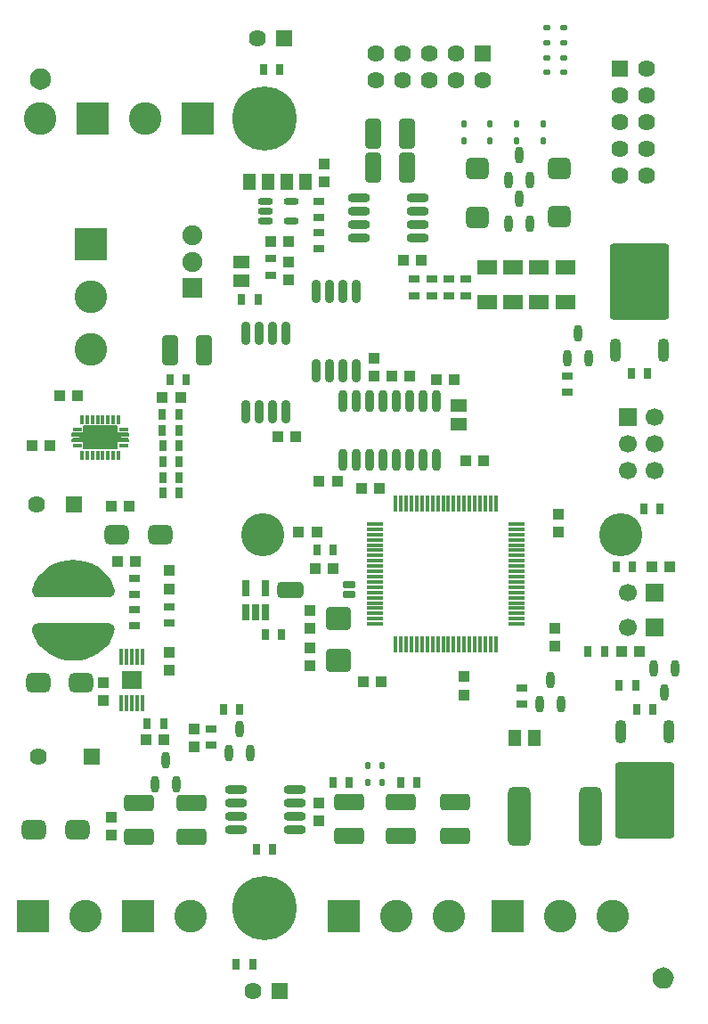
<source format=gts>
G04 Layer_Color=8388736*
%FSLAX24Y24*%
%MOIN*%
G70*
G01*
G75*
%ADD75R,0.0315X0.0394*%
%ADD76R,0.0276X0.0630*%
%ADD77R,0.0610X0.0492*%
%ADD78C,0.0512*%
G04:AMPARAMS|DCode=79|XSize=283.5mil|YSize=222.4mil|CornerRadius=12.9mil|HoleSize=0mil|Usage=FLASHONLY|Rotation=270.000|XOffset=0mil|YOffset=0mil|HoleType=Round|Shape=RoundedRectangle|*
%AMROUNDEDRECTD79*
21,1,0.2835,0.1967,0,0,270.0*
21,1,0.2577,0.2224,0,0,270.0*
1,1,0.0258,-0.0983,-0.1288*
1,1,0.0258,-0.0983,0.1288*
1,1,0.0258,0.0983,0.1288*
1,1,0.0258,0.0983,-0.1288*
%
%ADD79ROUNDEDRECTD79*%
%ADD80O,0.0433X0.0886*%
%ADD81R,0.0433X0.0394*%
G04:AMPARAMS|DCode=82|XSize=114.2mil|YSize=63mil|CornerRadius=16.7mil|HoleSize=0mil|Usage=FLASHONLY|Rotation=270.000|XOffset=0mil|YOffset=0mil|HoleType=Round|Shape=RoundedRectangle|*
%AMROUNDEDRECTD82*
21,1,0.1142,0.0295,0,0,270.0*
21,1,0.0807,0.0630,0,0,270.0*
1,1,0.0335,-0.0148,-0.0404*
1,1,0.0335,-0.0148,0.0404*
1,1,0.0335,0.0148,0.0404*
1,1,0.0335,0.0148,-0.0404*
%
%ADD82ROUNDEDRECTD82*%
%ADD83O,0.0839X0.0335*%
%ADD84O,0.0320X0.0630*%
G04:AMPARAMS|DCode=85|XSize=86.6mil|YSize=82.7mil|CornerRadius=21.7mil|HoleSize=0mil|Usage=FLASHONLY|Rotation=180.000|XOffset=0mil|YOffset=0mil|HoleType=Round|Shape=RoundedRectangle|*
%AMROUNDEDRECTD85*
21,1,0.0866,0.0394,0,0,180.0*
21,1,0.0433,0.0827,0,0,180.0*
1,1,0.0433,-0.0217,0.0197*
1,1,0.0433,0.0217,0.0197*
1,1,0.0433,0.0217,-0.0197*
1,1,0.0433,-0.0217,-0.0197*
%
%ADD85ROUNDEDRECTD85*%
%ADD86R,0.0394X0.0433*%
%ADD87R,0.0433X0.0433*%
%ADD88R,0.0768X0.0650*%
%ADD89O,0.0157X0.0610*%
G04:AMPARAMS|DCode=90|XSize=90.6mil|YSize=72.8mil|CornerRadius=19.2mil|HoleSize=0mil|Usage=FLASHONLY|Rotation=0.000|XOffset=0mil|YOffset=0mil|HoleType=Round|Shape=RoundedRectangle|*
%AMROUNDEDRECTD90*
21,1,0.0906,0.0344,0,0,0.0*
21,1,0.0522,0.0728,0,0,0.0*
1,1,0.0384,0.0261,-0.0172*
1,1,0.0384,-0.0261,-0.0172*
1,1,0.0384,-0.0261,0.0172*
1,1,0.0384,0.0261,0.0172*
%
%ADD90ROUNDEDRECTD90*%
%ADD91R,0.0394X0.0315*%
%ADD92O,0.0571X0.0276*%
%ADD93R,0.0492X0.0610*%
%ADD94O,0.0630X0.0157*%
%ADD95O,0.0157X0.0630*%
G04:AMPARAMS|DCode=96|XSize=94.5mil|YSize=86.6mil|CornerRadius=14.4mil|HoleSize=0mil|Usage=FLASHONLY|Rotation=0.000|XOffset=0mil|YOffset=0mil|HoleType=Round|Shape=RoundedRectangle|*
%AMROUNDEDRECTD96*
21,1,0.0945,0.0579,0,0,0.0*
21,1,0.0657,0.0866,0,0,0.0*
1,1,0.0287,0.0329,-0.0289*
1,1,0.0287,-0.0329,-0.0289*
1,1,0.0287,-0.0329,0.0289*
1,1,0.0287,0.0329,0.0289*
%
%ADD96ROUNDEDRECTD96*%
G04:AMPARAMS|DCode=97|XSize=98.4mil|YSize=63mil|CornerRadius=16.7mil|HoleSize=0mil|Usage=FLASHONLY|Rotation=180.000|XOffset=0mil|YOffset=0mil|HoleType=Round|Shape=RoundedRectangle|*
%AMROUNDEDRECTD97*
21,1,0.0984,0.0295,0,0,180.0*
21,1,0.0650,0.0630,0,0,180.0*
1,1,0.0335,-0.0325,0.0148*
1,1,0.0335,0.0325,0.0148*
1,1,0.0335,0.0325,-0.0148*
1,1,0.0335,-0.0325,-0.0148*
%
%ADD97ROUNDEDRECTD97*%
G04:AMPARAMS|DCode=98|XSize=47.2mil|YSize=27.6mil|CornerRadius=7.9mil|HoleSize=0mil|Usage=FLASHONLY|Rotation=180.000|XOffset=0mil|YOffset=0mil|HoleType=Round|Shape=RoundedRectangle|*
%AMROUNDEDRECTD98*
21,1,0.0472,0.0118,0,0,180.0*
21,1,0.0315,0.0276,0,0,180.0*
1,1,0.0157,-0.0157,0.0059*
1,1,0.0157,0.0157,0.0059*
1,1,0.0157,0.0157,-0.0059*
1,1,0.0157,-0.0157,-0.0059*
%
%ADD98ROUNDEDRECTD98*%
%ADD99O,0.0335X0.0889*%
G04:AMPARAMS|DCode=100|XSize=55.1mil|YSize=76mil|CornerRadius=4.5mil|HoleSize=0mil|Usage=FLASHONLY|Rotation=90.000|XOffset=0mil|YOffset=0mil|HoleType=Round|Shape=RoundedRectangle|*
%AMROUNDEDRECTD100*
21,1,0.0551,0.0669,0,0,90.0*
21,1,0.0461,0.0760,0,0,90.0*
1,1,0.0091,0.0335,0.0230*
1,1,0.0091,0.0335,-0.0230*
1,1,0.0091,-0.0335,-0.0230*
1,1,0.0091,-0.0335,0.0230*
%
%ADD100ROUNDEDRECTD100*%
G04:AMPARAMS|DCode=101|XSize=25.6mil|YSize=20.5mil|CornerRadius=6.1mil|HoleSize=0mil|Usage=FLASHONLY|Rotation=180.000|XOffset=0mil|YOffset=0mil|HoleType=Round|Shape=RoundedRectangle|*
%AMROUNDEDRECTD101*
21,1,0.0256,0.0083,0,0,180.0*
21,1,0.0134,0.0205,0,0,180.0*
1,1,0.0122,-0.0067,0.0041*
1,1,0.0122,0.0067,0.0041*
1,1,0.0122,0.0067,-0.0041*
1,1,0.0122,-0.0067,-0.0041*
%
%ADD101ROUNDEDRECTD101*%
G04:AMPARAMS|DCode=102|XSize=25.6mil|YSize=20.5mil|CornerRadius=6.1mil|HoleSize=0mil|Usage=FLASHONLY|Rotation=90.000|XOffset=0mil|YOffset=0mil|HoleType=Round|Shape=RoundedRectangle|*
%AMROUNDEDRECTD102*
21,1,0.0256,0.0083,0,0,90.0*
21,1,0.0134,0.0205,0,0,90.0*
1,1,0.0122,0.0041,0.0067*
1,1,0.0122,0.0041,-0.0067*
1,1,0.0122,-0.0041,-0.0067*
1,1,0.0122,-0.0041,0.0067*
%
%ADD102ROUNDEDRECTD102*%
G04:AMPARAMS|DCode=103|XSize=114.2mil|YSize=63mil|CornerRadius=16.7mil|HoleSize=0mil|Usage=FLASHONLY|Rotation=180.000|XOffset=0mil|YOffset=0mil|HoleType=Round|Shape=RoundedRectangle|*
%AMROUNDEDRECTD103*
21,1,0.1142,0.0295,0,0,180.0*
21,1,0.0807,0.0630,0,0,180.0*
1,1,0.0335,-0.0404,0.0148*
1,1,0.0335,0.0404,0.0148*
1,1,0.0335,0.0404,-0.0148*
1,1,0.0335,-0.0404,-0.0148*
%
%ADD103ROUNDEDRECTD103*%
G04:AMPARAMS|DCode=104|XSize=220.5mil|YSize=86.6mil|CornerRadius=22.6mil|HoleSize=0mil|Usage=FLASHONLY|Rotation=90.000|XOffset=0mil|YOffset=0mil|HoleType=Round|Shape=RoundedRectangle|*
%AMROUNDEDRECTD104*
21,1,0.2205,0.0413,0,0,90.0*
21,1,0.1752,0.0866,0,0,90.0*
1,1,0.0453,0.0207,0.0876*
1,1,0.0453,0.0207,-0.0876*
1,1,0.0453,-0.0207,-0.0876*
1,1,0.0453,-0.0207,0.0876*
%
%ADD104ROUNDEDRECTD104*%
%ADD105O,0.0157X0.0374*%
%ADD106O,0.0374X0.0157*%
%ADD107R,0.0827X0.0433*%
%ADD108R,0.0453X0.0591*%
%ADD109O,0.0335X0.0839*%
%ADD110C,0.0669*%
%ADD111R,0.0669X0.0669*%
%ADD112C,0.1220*%
%ADD113R,0.1220X0.1220*%
%ADD114R,0.0639X0.0639*%
%ADD115C,0.0639*%
%ADD116R,0.0639X0.0639*%
%ADD117R,0.1220X0.1220*%
%ADD118R,0.0669X0.0669*%
%ADD119R,0.0748X0.0748*%
%ADD120C,0.0748*%
%ADD121C,0.1614*%
%ADD122C,0.2402*%
G36*
X39581Y47185D02*
X39677Y47145D01*
X39759Y47082D01*
X39822Y47000D01*
X39862Y46904D01*
X39875Y46801D01*
X39862Y46698D01*
X39822Y46603D01*
X39759Y46520D01*
X39677Y46457D01*
X39581Y46418D01*
X39478Y46404D01*
X39376Y46418D01*
X39280Y46457D01*
X39198Y46520D01*
X39134Y46603D01*
X39095Y46698D01*
X39081Y46801D01*
X39095Y46904D01*
X39134Y47000D01*
X39198Y47082D01*
X39280Y47145D01*
X39376Y47185D01*
X39478Y47198D01*
X39581Y47185D01*
D02*
G37*
G36*
X42346Y33833D02*
X42354Y33821D01*
Y33577D01*
X42764D01*
X42780Y33569D01*
X42789Y33553D01*
Y33455D01*
X42777Y33424D01*
X42746Y33411D01*
X42504D01*
Y33380D01*
X42746D01*
X42777Y33367D01*
X42789Y33337D01*
Y33238D01*
X42780Y33226D01*
X42764Y33219D01*
X42752Y33215D01*
X42354D01*
Y32970D01*
X42346Y32959D01*
X42335Y32951D01*
X41091D01*
X41079Y32959D01*
X41071Y32974D01*
Y33215D01*
X40665D01*
X40654Y33219D01*
X40642Y33226D01*
X40636Y33238D01*
Y33337D01*
X40649Y33367D01*
X40679Y33380D01*
X40921D01*
Y33411D01*
X40679D01*
X40649Y33424D01*
X40636Y33455D01*
Y33553D01*
X40650Y33569D01*
X40673Y33577D01*
X41071D01*
Y33813D01*
X41075Y33833D01*
X41094Y33841D01*
X42335D01*
X42346Y33833D01*
D02*
G37*
G36*
X40934Y28800D02*
X40937Y28799D01*
X40940Y28799D01*
X41158Y28755D01*
X41160Y28753D01*
X41163Y28753D01*
X41374Y28681D01*
X41376Y28679D01*
X41379Y28678D01*
X41578Y28578D01*
X41580Y28576D01*
X41583Y28575D01*
X41767Y28450D01*
X41769Y28447D01*
X41772Y28446D01*
X41937Y28297D01*
X41938Y28296D01*
X41940Y28295D01*
X41942Y28293D01*
X41942Y28291D01*
X41944Y28290D01*
X42049Y28163D01*
X42050Y28160D01*
X42053Y28158D01*
X42137Y28017D01*
X42138Y28013D01*
X42140Y28011D01*
X42202Y27858D01*
X42202Y27856D01*
X42203Y27855D01*
X42245Y27720D01*
X42244Y27716D01*
X42246Y27713D01*
X42255Y27640D01*
X42253Y27632D01*
X42254Y27624D01*
X42235Y27553D01*
X42230Y27546D01*
X42228Y27538D01*
X42185Y27479D01*
X42178Y27475D01*
X42173Y27468D01*
X42111Y27429D01*
X42103Y27427D01*
X42096Y27423D01*
X42024Y27409D01*
X42019Y27410D01*
X42015Y27408D01*
X39410D01*
X39406Y27410D01*
X39402Y27409D01*
X39327Y27423D01*
X39321Y27428D01*
X39312Y27429D01*
X39248Y27469D01*
X39244Y27476D01*
X39237Y27480D01*
X39192Y27541D01*
X39190Y27549D01*
X39185Y27556D01*
X39166Y27629D01*
X39167Y27637D01*
X39164Y27645D01*
X39173Y27720D01*
X39175Y27724D01*
X39175Y27728D01*
X39215Y27858D01*
X39217Y27859D01*
X39216Y27861D01*
X39277Y28012D01*
X39280Y28014D01*
X39280Y28018D01*
X39363Y28157D01*
X39366Y28159D01*
X39367Y28163D01*
X39471Y28288D01*
X39473Y28289D01*
X39473Y28290D01*
X39478Y28295D01*
X39479Y28296D01*
X39480Y28297D01*
X39646Y28446D01*
X39648Y28447D01*
X39650Y28450D01*
X39834Y28575D01*
X39837Y28576D01*
X39839Y28578D01*
X40038Y28678D01*
X40041Y28679D01*
X40043Y28681D01*
X40254Y28753D01*
X40257Y28753D01*
X40259Y28755D01*
X40478Y28799D01*
X40481Y28799D01*
X40483Y28800D01*
X40706Y28815D01*
X40709Y28814D01*
X40712Y28815D01*
X40934Y28800D01*
D02*
G37*
G36*
X42011Y26448D02*
X42016Y26449D01*
X42090Y26435D01*
X42097Y26431D01*
X42105Y26429D01*
X42169Y26389D01*
X42174Y26382D01*
X42181Y26378D01*
X42225Y26317D01*
X42227Y26309D01*
X42232Y26302D01*
X42252Y26229D01*
X42251Y26221D01*
X42253Y26213D01*
X42244Y26138D01*
X42242Y26134D01*
X42242Y26130D01*
X42202Y26001D01*
X42201Y25999D01*
X42201Y25998D01*
X42140Y25847D01*
X42138Y25844D01*
X42137Y25841D01*
X42054Y25701D01*
X42051Y25699D01*
X42050Y25695D01*
X41946Y25570D01*
X41945Y25570D01*
X41944Y25568D01*
X41939Y25563D01*
X41938Y25563D01*
X41937Y25561D01*
X41772Y25412D01*
X41769Y25411D01*
X41767Y25409D01*
X41583Y25283D01*
X41580Y25282D01*
X41578Y25280D01*
X41379Y25180D01*
X41376Y25180D01*
X41374Y25178D01*
X41163Y25105D01*
X41160Y25105D01*
X41158Y25103D01*
X40940Y25059D01*
X40937Y25060D01*
X40934Y25058D01*
X40712Y25044D01*
X40709Y25044D01*
X40706Y25044D01*
X40483Y25058D01*
X40481Y25060D01*
X40478Y25059D01*
X40259Y25103D01*
X40257Y25105D01*
X40254Y25105D01*
X40043Y25178D01*
X40041Y25180D01*
X40038Y25180D01*
X39839Y25280D01*
X39837Y25282D01*
X39834Y25283D01*
X39650Y25409D01*
X39648Y25411D01*
X39646Y25412D01*
X39480Y25561D01*
X39479Y25563D01*
X39478Y25563D01*
X39476Y25566D01*
X39475Y25567D01*
X39473Y25568D01*
X39368Y25695D01*
X39367Y25698D01*
X39364Y25700D01*
X39280Y25842D01*
X39279Y25845D01*
X39277Y25848D01*
X39216Y26001D01*
X39216Y26002D01*
X39214Y26004D01*
X39173Y26138D01*
X39173Y26142D01*
X39171Y26146D01*
X39162Y26219D01*
X39165Y26227D01*
X39163Y26235D01*
X39182Y26306D01*
X39187Y26312D01*
X39189Y26320D01*
X39233Y26379D01*
X39240Y26384D01*
X39244Y26390D01*
X39307Y26430D01*
X39315Y26431D01*
X39322Y26436D01*
X39394Y26449D01*
X39398Y26448D01*
X39402Y26450D01*
X42008D01*
X42011Y26448D01*
D02*
G37*
G36*
X62888Y13563D02*
X62984Y13523D01*
X63066Y13460D01*
X63129Y13378D01*
X63169Y13282D01*
X63183Y13179D01*
X63169Y13076D01*
X63129Y12981D01*
X63066Y12898D01*
X62984Y12835D01*
X62888Y12796D01*
X62785Y12782D01*
X62683Y12796D01*
X62587Y12835D01*
X62505Y12898D01*
X62442Y12981D01*
X62402Y13076D01*
X62388Y13179D01*
X62402Y13282D01*
X62442Y13378D01*
X62505Y13460D01*
X62587Y13523D01*
X62683Y13563D01*
X62785Y13576D01*
X62888Y13563D01*
D02*
G37*
D75*
X47894Y26014D02*
D03*
X48504D02*
D03*
X43475Y22697D02*
D03*
X44085D02*
D03*
X61634Y28553D02*
D03*
X61024D02*
D03*
X60580Y25374D02*
D03*
X59970D02*
D03*
X49813Y29173D02*
D03*
X50423D02*
D03*
X47421Y13691D02*
D03*
X46811D02*
D03*
X47815Y47156D02*
D03*
X48425D02*
D03*
X62195Y35797D02*
D03*
X61585D02*
D03*
X62677Y30719D02*
D03*
X62067D02*
D03*
X46939Y23228D02*
D03*
X46329D02*
D03*
X61782Y23209D02*
D03*
X62392D02*
D03*
X61752Y24114D02*
D03*
X61142D02*
D03*
X50423Y20502D02*
D03*
X51033D02*
D03*
X53573D02*
D03*
X52963D02*
D03*
X47618Y38563D02*
D03*
X47008D02*
D03*
X48169Y17982D02*
D03*
X47559D02*
D03*
X44941Y35541D02*
D03*
X44331D02*
D03*
X44665Y31309D02*
D03*
X44055D02*
D03*
X44665Y32490D02*
D03*
X44055D02*
D03*
X44655Y33671D02*
D03*
X44045D02*
D03*
X44665Y31900D02*
D03*
X44055D02*
D03*
X44655Y34262D02*
D03*
X44045D02*
D03*
X44665Y33081D02*
D03*
X44055D02*
D03*
D76*
X47146Y27756D02*
D03*
X47894D02*
D03*
Y26850D02*
D03*
X47520D02*
D03*
X47146D02*
D03*
D77*
X46998Y39961D02*
D03*
Y39252D02*
D03*
X55118Y33888D02*
D03*
Y34596D02*
D03*
D78*
X39478Y46801D02*
D03*
X62785Y13179D02*
D03*
D79*
X62096Y19833D02*
D03*
X61890Y39222D02*
D03*
D80*
X62994Y22392D02*
D03*
X61199D02*
D03*
X60992Y36663D02*
D03*
X62787D02*
D03*
D81*
X53071Y40030D02*
D03*
X53740D02*
D03*
X43022Y28770D02*
D03*
X42352D02*
D03*
X44085Y22077D02*
D03*
X43415D02*
D03*
X48760Y40728D02*
D03*
X48091D02*
D03*
X62352Y28553D02*
D03*
X63022D02*
D03*
X61230Y25374D02*
D03*
X61900D02*
D03*
X52224Y24262D02*
D03*
X51555D02*
D03*
X50423Y28474D02*
D03*
X49754D02*
D03*
X49813Y29852D02*
D03*
X49144D02*
D03*
X49045Y33415D02*
D03*
X48376D02*
D03*
X39154Y33100D02*
D03*
X39823D02*
D03*
X42136Y30817D02*
D03*
X42805D02*
D03*
X40866Y34951D02*
D03*
X40197D02*
D03*
X44715Y34892D02*
D03*
X44045D02*
D03*
X52165Y31476D02*
D03*
X51496D02*
D03*
X54961Y35541D02*
D03*
X54291D02*
D03*
X50581Y31742D02*
D03*
X49911D02*
D03*
X52638Y35679D02*
D03*
X53307D02*
D03*
X55394Y32520D02*
D03*
X56063D02*
D03*
D82*
X51919Y43504D02*
D03*
X53179D02*
D03*
X51919Y44754D02*
D03*
X53179D02*
D03*
X45600Y36663D02*
D03*
X44341D02*
D03*
D83*
X51407Y42362D02*
D03*
Y41862D02*
D03*
X53607D02*
D03*
Y42362D02*
D03*
X51407Y40862D02*
D03*
X53607D02*
D03*
X51407Y41362D02*
D03*
X53607D02*
D03*
X48986Y18730D02*
D03*
Y19230D02*
D03*
X46786D02*
D03*
Y18730D02*
D03*
X48986Y20230D02*
D03*
X46786D02*
D03*
X48986Y19730D02*
D03*
X46786D02*
D03*
D84*
X57408Y42313D02*
D03*
X57008Y41403D02*
D03*
X57808D02*
D03*
X57408Y43946D02*
D03*
X57008Y43036D02*
D03*
X57808D02*
D03*
X59593Y37273D02*
D03*
X59993Y36363D02*
D03*
X59193D02*
D03*
X58569Y24330D02*
D03*
X58969Y23420D02*
D03*
X58169D02*
D03*
X46945Y22500D02*
D03*
X46545Y21590D02*
D03*
X47345D02*
D03*
X62828Y23839D02*
D03*
X62428Y24749D02*
D03*
X63228D02*
D03*
X44160Y21328D02*
D03*
X44560Y20418D02*
D03*
X43760D02*
D03*
D85*
X58898Y41654D02*
D03*
Y43465D02*
D03*
X55827Y43445D02*
D03*
Y41634D02*
D03*
D86*
X41831Y23543D02*
D03*
Y24213D02*
D03*
X42126Y18524D02*
D03*
Y19193D02*
D03*
X44301Y24695D02*
D03*
Y25364D02*
D03*
Y28406D02*
D03*
Y27736D02*
D03*
X50089Y43622D02*
D03*
Y42953D02*
D03*
X49547Y24843D02*
D03*
Y25512D02*
D03*
Y26929D02*
D03*
Y26260D02*
D03*
X58848Y29843D02*
D03*
Y30512D02*
D03*
X58720Y26270D02*
D03*
Y25600D02*
D03*
X55335Y24439D02*
D03*
Y23770D02*
D03*
X51949Y36348D02*
D03*
Y35679D02*
D03*
X45236Y22500D02*
D03*
Y21831D02*
D03*
X48760Y39301D02*
D03*
Y39970D02*
D03*
X49892Y19065D02*
D03*
Y19734D02*
D03*
D87*
X40709Y25879D02*
D03*
Y27979D02*
D03*
D88*
X42904Y24321D02*
D03*
D89*
X42510Y25187D02*
D03*
X42707D02*
D03*
X42904D02*
D03*
X43100D02*
D03*
X43297D02*
D03*
Y23455D02*
D03*
X43100D02*
D03*
X42904D02*
D03*
X42707D02*
D03*
X42510D02*
D03*
D90*
X39242Y18730D02*
D03*
X40856D02*
D03*
X39380Y24213D02*
D03*
X40994D02*
D03*
X43957Y29754D02*
D03*
X42343D02*
D03*
D91*
X42992Y28130D02*
D03*
Y27520D02*
D03*
X44301Y26457D02*
D03*
Y27067D02*
D03*
X42992Y26949D02*
D03*
Y26339D02*
D03*
X49882Y42234D02*
D03*
Y41624D02*
D03*
Y41063D02*
D03*
Y40453D02*
D03*
X59193Y35689D02*
D03*
Y35079D02*
D03*
X55394Y38701D02*
D03*
Y39311D02*
D03*
X54754Y38701D02*
D03*
Y39311D02*
D03*
X54124Y38701D02*
D03*
Y39311D02*
D03*
X53465Y38701D02*
D03*
Y39311D02*
D03*
X57490Y23425D02*
D03*
Y24035D02*
D03*
X45866Y22500D02*
D03*
Y21890D02*
D03*
X48091Y40079D02*
D03*
Y39469D02*
D03*
D92*
X47894Y41486D02*
D03*
X48878D02*
D03*
X47894Y42234D02*
D03*
X48878D02*
D03*
X47894Y41860D02*
D03*
D93*
X49390Y42953D02*
D03*
X48681D02*
D03*
X47293D02*
D03*
X48002D02*
D03*
D94*
X52008Y27992D02*
D03*
Y27795D02*
D03*
Y27598D02*
D03*
Y27402D02*
D03*
Y27205D02*
D03*
Y27008D02*
D03*
Y26811D02*
D03*
Y26614D02*
D03*
Y26417D02*
D03*
Y30157D02*
D03*
Y29961D02*
D03*
Y29764D02*
D03*
Y29567D02*
D03*
Y29370D02*
D03*
Y29173D02*
D03*
Y28976D02*
D03*
Y28780D02*
D03*
Y28583D02*
D03*
X57283Y26417D02*
D03*
Y26614D02*
D03*
Y26811D02*
D03*
Y27008D02*
D03*
Y27205D02*
D03*
Y27402D02*
D03*
Y27598D02*
D03*
Y27795D02*
D03*
Y27992D02*
D03*
Y28583D02*
D03*
Y28780D02*
D03*
Y28976D02*
D03*
Y29173D02*
D03*
Y29370D02*
D03*
Y29567D02*
D03*
Y29764D02*
D03*
Y29961D02*
D03*
Y30157D02*
D03*
X52008Y28386D02*
D03*
Y28189D02*
D03*
X57283D02*
D03*
Y28386D02*
D03*
D95*
X52972Y25650D02*
D03*
X53169D02*
D03*
X53366D02*
D03*
X53563D02*
D03*
X53760D02*
D03*
X53957D02*
D03*
X54154D02*
D03*
X54350D02*
D03*
X54547D02*
D03*
X54744D02*
D03*
X54941D02*
D03*
X55138D02*
D03*
X55335D02*
D03*
Y30925D02*
D03*
X55138D02*
D03*
X54941D02*
D03*
X54744D02*
D03*
X54547D02*
D03*
X54350D02*
D03*
X54154D02*
D03*
X53957D02*
D03*
X53760D02*
D03*
X53563D02*
D03*
X53366D02*
D03*
X53169D02*
D03*
X52972D02*
D03*
X55925Y25650D02*
D03*
X56122D02*
D03*
X56319D02*
D03*
X56516D02*
D03*
Y30925D02*
D03*
X56319D02*
D03*
X56122D02*
D03*
X55925D02*
D03*
X52776Y25650D02*
D03*
X55532D02*
D03*
X55728D02*
D03*
Y30925D02*
D03*
X55532D02*
D03*
X52776D02*
D03*
D96*
X50640Y25039D02*
D03*
Y26614D02*
D03*
D97*
X48839Y27697D02*
D03*
D98*
X51024Y27520D02*
D03*
Y27874D02*
D03*
D99*
X50803Y38846D02*
D03*
Y35896D02*
D03*
X49803Y38846D02*
D03*
X50303D02*
D03*
X51303D02*
D03*
X49803Y35896D02*
D03*
X50303D02*
D03*
X51303D02*
D03*
X48165Y37300D02*
D03*
Y34350D02*
D03*
X47165Y37300D02*
D03*
X47665D02*
D03*
X48665D02*
D03*
X47165Y34350D02*
D03*
X47665D02*
D03*
X48665D02*
D03*
D100*
X59124Y38444D02*
D03*
Y39744D02*
D03*
X57156Y38444D02*
D03*
Y39744D02*
D03*
X58140Y38444D02*
D03*
Y39744D02*
D03*
X56181Y38444D02*
D03*
Y39744D02*
D03*
D101*
X59065Y47057D02*
D03*
X58435D02*
D03*
X59065Y47598D02*
D03*
X58435D02*
D03*
X59065Y48159D02*
D03*
X58435D02*
D03*
X59065Y48720D02*
D03*
X58435D02*
D03*
D102*
X58297Y44488D02*
D03*
Y45118D02*
D03*
X57283Y44488D02*
D03*
Y45118D02*
D03*
X56309Y44488D02*
D03*
Y45118D02*
D03*
X55344Y44488D02*
D03*
Y45118D02*
D03*
X51732Y21132D02*
D03*
Y20502D02*
D03*
X52254Y21132D02*
D03*
Y20502D02*
D03*
D103*
X54980Y19764D02*
D03*
Y18504D02*
D03*
X52963Y19764D02*
D03*
Y18504D02*
D03*
X51033Y19764D02*
D03*
Y18504D02*
D03*
X43159Y18465D02*
D03*
Y19724D02*
D03*
X45118Y18465D02*
D03*
Y19724D02*
D03*
D104*
X57382Y19213D02*
D03*
X60059D02*
D03*
D105*
X41024Y32726D02*
D03*
X41220D02*
D03*
X41417D02*
D03*
X41614D02*
D03*
X41811D02*
D03*
X42008D02*
D03*
X42205D02*
D03*
X42402D02*
D03*
Y34065D02*
D03*
X42205D02*
D03*
X42008D02*
D03*
X41811D02*
D03*
X41614D02*
D03*
X41417D02*
D03*
X41220D02*
D03*
X41024D02*
D03*
D106*
X42579Y33100D02*
D03*
Y33691D02*
D03*
X40846Y33100D02*
D03*
Y33691D02*
D03*
D107*
X41713Y33396D02*
D03*
D108*
X57215Y22156D02*
D03*
X57963D02*
D03*
D109*
X53297Y32559D02*
D03*
X53797D02*
D03*
X54297D02*
D03*
X50797D02*
D03*
X51297D02*
D03*
X51797D02*
D03*
X52297D02*
D03*
X53297Y34759D02*
D03*
X53797D02*
D03*
X54297D02*
D03*
X50797D02*
D03*
X51297D02*
D03*
X51797D02*
D03*
X52297D02*
D03*
X52797Y32559D02*
D03*
Y34759D02*
D03*
D110*
X61470Y27579D02*
D03*
Y26289D02*
D03*
X62467Y32154D02*
D03*
X61467D02*
D03*
X62467Y33154D02*
D03*
Y34154D02*
D03*
X61467Y33154D02*
D03*
D111*
X62470Y27579D02*
D03*
Y26289D02*
D03*
D112*
X45108Y15482D02*
D03*
X39449Y45315D02*
D03*
X43386D02*
D03*
X54764Y15482D02*
D03*
X52795D02*
D03*
X60906D02*
D03*
X58937D02*
D03*
X41171D02*
D03*
X41358Y36673D02*
D03*
Y38642D02*
D03*
D113*
X43140Y15482D02*
D03*
X41417Y45315D02*
D03*
X45354D02*
D03*
X50827Y15482D02*
D03*
X56968D02*
D03*
X39203D02*
D03*
D114*
X40718Y30876D02*
D03*
X41388Y21457D02*
D03*
X48425Y12687D02*
D03*
X48612Y48317D02*
D03*
X56043Y47746D02*
D03*
D115*
X39341Y30876D02*
D03*
X39388Y21457D02*
D03*
X47425Y12687D02*
D03*
X47612Y48317D02*
D03*
X61171Y46205D02*
D03*
Y43205D02*
D03*
Y44205D02*
D03*
X62171Y46205D02*
D03*
Y47205D02*
D03*
Y43205D02*
D03*
Y44205D02*
D03*
X61171Y45205D02*
D03*
X62171D02*
D03*
X55043Y47746D02*
D03*
X52043D02*
D03*
X53043D02*
D03*
X55043Y46746D02*
D03*
X56043D02*
D03*
X52043D02*
D03*
X53043D02*
D03*
X54043Y47746D02*
D03*
Y46746D02*
D03*
D116*
X61171Y47205D02*
D03*
D117*
X41358Y40610D02*
D03*
D118*
X61467Y34154D02*
D03*
D119*
X45177Y38976D02*
D03*
D120*
Y40945D02*
D03*
Y39961D02*
D03*
D121*
X47805Y29754D02*
D03*
X61191D02*
D03*
D122*
X47874Y15787D02*
D03*
Y45315D02*
D03*
M02*

</source>
